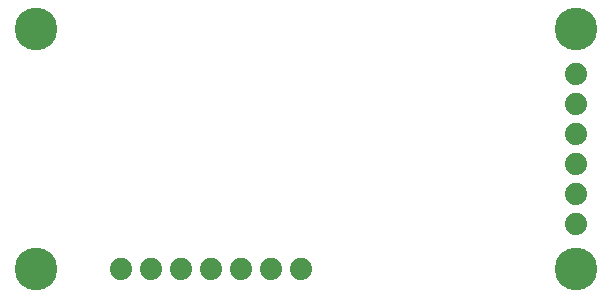
<source format=gbr>
G04 EAGLE Gerber RS-274X export*
G75*
%MOMM*%
%FSLAX34Y34*%
%LPD*%
%INSoldermask Bottom*%
%IPPOS*%
%AMOC8*
5,1,8,0,0,1.08239X$1,22.5*%
G01*
%ADD10C,1.879600*%
%ADD11C,3.617600*%


D10*
X482600Y63500D03*
X482600Y88900D03*
X482600Y114300D03*
X482600Y139700D03*
X482600Y165100D03*
X482600Y190500D03*
D11*
X25400Y228600D03*
X482600Y228600D03*
X25400Y25400D03*
X482600Y25400D03*
D10*
X97820Y25430D03*
X123220Y25430D03*
X148620Y25430D03*
X174020Y25430D03*
X199420Y25430D03*
X224820Y25430D03*
X250220Y25430D03*
M02*

</source>
